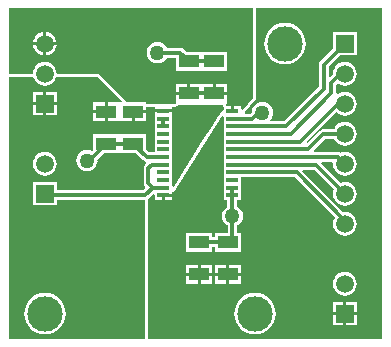
<source format=gtl>
%FSLAX23Y23*%
%MOMM*%
%SFA1B1*%

%IPPOS*%
%ADD10R,0.990598X0.304799*%
%ADD11R,1.699997X1.099998*%
%ADD12C,0.304799*%
%ADD13C,1.499997*%
%ADD14R,1.499997X1.499997*%
%ADD15C,2.999994*%
%ADD16C,1.269997*%
%LNpcb1-1*%
%LPD*%
G36*
X31970Y414D02*
X12191D01*
Y12247*
X12235Y12275*
X12598Y12639*
X12715Y12590*
Y12147*
X13338*
Y12553*
X13465*
Y12680*
X14214*
Y12826*
X14350*
X18424Y19245*
X18551Y19208*
Y17997*
Y17347*
Y16697*
Y16047*
Y15397*
Y14747*
Y14097*
Y13447*
Y12797*
Y12147*
X18886*
Y11584*
X18855Y11571*
X18669Y11428*
X18527Y11243*
X18437Y11027*
X18407Y10794*
X18437Y10562*
X18527Y10346*
X18669Y10160*
X18855Y10018*
X18889Y10004*
Y9392*
X17818*
Y9003*
X17613*
Y9392*
X15405*
Y7784*
X17613*
Y8174*
X17818*
Y7784*
X20026*
Y9392*
X19718*
Y10004*
X19752Y10018*
X19937Y10160*
X20080Y10346*
X20170Y10562*
X20200Y10794*
X20170Y11027*
X20080Y11243*
X19937Y11428*
X19752Y11571*
X19715Y11586*
Y12147*
X20049*
Y12797*
Y13447*
Y14089*
X24567*
X27968Y10688*
X27951Y10666*
X27850Y10422*
X27816Y10159*
X27850Y9897*
X27951Y9653*
X28112Y9443*
X28322Y9282*
X28566Y9181*
X28828Y9147*
X29091Y9181*
X29335Y9282*
X29545Y9443*
X29705Y9653*
X29807Y9897*
X29841Y10159*
X29807Y10422*
X29705Y10666*
X29545Y10876*
X29335Y11036*
X29091Y11138*
X28828Y11172*
X28676Y11152*
X25206Y14622*
X25255Y14739*
X26203*
X27888Y13054*
X27850Y12962*
X27816Y12699*
X27850Y12437*
X27951Y12193*
X28112Y11983*
X28322Y11822*
X28566Y11721*
X28828Y11687*
X29091Y11721*
X29335Y11822*
X29545Y11983*
X29705Y12193*
X29807Y12437*
X29841Y12699*
X29807Y12962*
X29705Y13206*
X29545Y13416*
X29335Y13576*
X29091Y13678*
X28828Y13712*
X28566Y13678*
X28474Y13640*
X26842Y15272*
X26891Y15389*
X27739*
X27823Y15293*
X27816Y15239*
X27850Y14977*
X27951Y14733*
X28112Y14523*
X28322Y14362*
X28566Y14261*
X28828Y14227*
X29091Y14261*
X29335Y14362*
X29545Y14523*
X29705Y14733*
X29807Y14977*
X29841Y15239*
X29807Y15502*
X29705Y15746*
X29545Y15956*
X29335Y16116*
X29091Y16218*
X28828Y16252*
X28566Y16218*
X28449Y16169*
X28423Y16186*
X28265Y16218*
X26241*
X26192Y16335*
X27159Y17302*
X27940*
X27951Y17273*
X28112Y17063*
X28322Y16902*
X28566Y16801*
X28828Y16767*
X29091Y16801*
X29335Y16902*
X29545Y17063*
X29705Y17273*
X29807Y17517*
X29841Y17779*
X29807Y18042*
X29705Y18286*
X29545Y18496*
X29335Y18656*
X29091Y18758*
X28828Y18792*
X28566Y18758*
X28322Y18656*
X28112Y18496*
X27951Y18286*
X27887Y18130*
X26987*
X26828Y18099*
X26694Y18009*
X25637Y16952*
X25634Y16953*
X25592Y17091*
X28105Y19604*
X28112Y19603*
X28322Y19442*
X28566Y19341*
X28828Y19307*
X29091Y19341*
X29335Y19442*
X29545Y19603*
X29705Y19813*
X29807Y20057*
X29841Y20319*
X29807Y20582*
X29705Y20826*
X29545Y21036*
X29335Y21196*
X29091Y21298*
X28828Y21332*
X28566Y21298*
X28322Y21196*
X28210Y21110*
X28095Y21182*
X28100Y21208*
Y21926*
X28228Y22054*
X28322Y21982*
X28566Y21881*
X28828Y21847*
X29091Y21881*
X29335Y21982*
X29545Y22143*
X29705Y22353*
X29807Y22597*
X29841Y22859*
X29807Y23122*
X29705Y23366*
X29545Y23576*
X29335Y23736*
X29091Y23838*
X28828Y23872*
X28566Y23838*
X28322Y23736*
X28112Y23576*
X27951Y23366*
X27850Y23122*
X27816Y22859*
X27821Y22819*
X27582Y22580*
X27465Y22629*
Y23450*
X28410Y24395*
X29832*
Y26403*
X27824*
Y24981*
X26757Y23914*
X26668Y23780*
X26636Y23621*
Y21761*
X23693Y18818*
X22529*
X22494Y18945*
X22620Y19109*
X22710Y19325*
X22740Y19557*
X22710Y19790*
X22620Y20006*
X22477Y20191*
X22292Y20334*
X22076Y20424*
X21843Y20454*
X21611Y20424*
X21395Y20334*
X21209Y20191*
X21067Y20006*
X20977Y19790*
X20957Y19638*
X20787Y19468*
X20382*
X20331Y19584*
X21335Y20700*
Y28414*
X31970*
Y414*
G37*
G36*
X2450Y22597D02*
X2551Y22353D01*
X2712Y22143*
X2922Y21982*
X3166Y21881*
X3428Y21847*
X3691Y21881*
X3935Y21982*
X4145Y22143*
X4305Y22353*
X4407Y22597*
X4441Y22600*
X7893*
X9935Y20559*
X9886Y20441*
X9739*
X9690*
X8762*
Y19637*
Y18833*
X9690*
X9817*
X9866*
X10794*
Y19637*
X10921*
Y19764*
X12025*
Y20060*
X12715*
Y19831*
X13465*
X14214*
Y20060*
X14425*
X14469Y20069*
X14515Y20077*
X14519Y20079*
X14524Y20080*
X14562Y20106*
X14601Y20129*
X14669Y20192*
X18481*
X18490Y20148*
X18499Y20099*
X18500Y20098*
X18500Y20097*
X18527Y20056*
X18551Y20020*
Y19894*
X18249Y19430*
X18222Y19407*
X18215Y19394*
X18205Y19384*
X17631Y18480*
X16763Y17144*
X15803Y15667*
X14697Y13856*
X14336Y13287*
X14214Y13322*
Y14097*
Y14747*
Y15397*
Y16047*
Y16697*
Y17347*
Y17997*
Y18647*
Y19297*
Y19576*
X13465*
X12715*
Y19297*
Y18647*
Y17997*
Y17347*
Y16218*
X12227*
X12025Y16419*
Y17741*
X9817*
X9739*
X7531*
Y16419*
X7397Y16285*
X7217Y16360*
X6984Y16390*
X6752Y16360*
X6536Y16270*
X6350Y16127*
X6208Y15942*
X6118Y15726*
X6088Y15493*
X6118Y15261*
X6208Y15045*
X6350Y14859*
X6536Y14717*
X6752Y14627*
X6984Y14597*
X7217Y14627*
X7433Y14717*
X7618Y14859*
X7761Y15045*
X7851Y15261*
X7881Y15493*
X7869Y15585*
X8417Y16133*
X9739*
X9817*
X11139*
X11763Y15510*
X11897Y15421*
X11973Y15405*
X12015Y15268*
X11898Y15151*
X11809Y15017*
X11777Y14858*
Y13588*
X11809Y13430*
X11898Y13295*
X11991Y13203*
X11770Y12983*
X4432*
Y13703*
X2424*
Y11695*
X4432*
Y12154*
X11932*
Y414*
X414*
Y22600*
X2416*
X2439Y22605*
X2450Y22597*
G37*
G36*
X21076Y20800D02*
X20176Y19800D01*
X20049Y19849*
Y20110*
X19427*
Y19704*
X19173*
Y20110*
X18825*
X18739Y20196*
X18741Y20324*
X18827Y20404*
X18883*
Y21081*
X17779*
Y21208*
X17652*
Y22012*
X15747*
Y21208*
X15620*
Y21081*
X14516*
Y20446*
Y20404*
X14425Y20319*
X12025*
Y20441*
X10418*
X8000Y22859*
X4441*
X4407Y23122*
X4305Y23366*
X4145Y23576*
X3935Y23736*
X3691Y23838*
X3428Y23872*
X3166Y23838*
X2922Y23736*
X2712Y23576*
X2551Y23366*
X2450Y23122*
X2416Y22859*
X414*
Y28414*
X21076*
Y20800*
G37*
%LNpcb1-2*%
%LPC*%
G36*
X23748Y27162D02*
X23405Y27128D01*
X23074Y27028*
X22769Y26865*
X22502Y26646*
X22283Y26379*
X22120Y26074*
X22020Y25743*
X21986Y25399*
X22020Y25056*
X22120Y24725*
X22283Y24420*
X22502Y24153*
X22769Y23934*
X23074Y23771*
X23405Y23671*
X23748Y23637*
X24092Y23671*
X24423Y23771*
X24728Y23934*
X24995Y24153*
X25214Y24420*
X25377Y24725*
X25477Y25056*
X25511Y25399*
X25477Y25743*
X25377Y26074*
X25214Y26379*
X24995Y26646*
X24728Y26865*
X24423Y27028*
X24092Y27128*
X23748Y27162*
G37*
G36*
X14214Y12426D02*
X13592D01*
Y12147*
X14214*
Y12426*
G37*
G36*
X20026Y6692D02*
X19049D01*
Y6015*
X20026*
Y6692*
G37*
G36*
X18795D02*
X17818D01*
Y6015*
X18795*
Y6692*
G37*
G36*
X17613D02*
X16636D01*
Y6015*
X17613*
Y6692*
G37*
G36*
X16382D02*
X15405D01*
Y6015*
X16382*
Y6692*
G37*
G36*
X20026Y5761D02*
X19049D01*
Y5084*
X20026*
Y5761*
G37*
G36*
X18795D02*
X17818D01*
Y5084*
X18795*
Y5761*
G37*
G36*
X17613D02*
X16636D01*
Y5084*
X17613*
Y5761*
G37*
G36*
X16382D02*
X15405D01*
Y5084*
X16382*
Y5761*
G37*
G36*
X28828Y6092D02*
X28566Y6058D01*
X28322Y5956*
X28112Y5796*
X27951Y5586*
X27850Y5342*
X27816Y5079*
X27850Y4817*
X27951Y4573*
X28112Y4363*
X28322Y4202*
X28566Y4101*
X28828Y4067*
X29091Y4101*
X29335Y4202*
X29545Y4363*
X29705Y4573*
X29807Y4817*
X29841Y5079*
X29807Y5342*
X29705Y5586*
X29545Y5796*
X29335Y5956*
X29091Y6058*
X28828Y6092*
G37*
G36*
X29832Y3543D02*
X28955D01*
Y2666*
X29832*
Y3543*
G37*
G36*
X28701D02*
X27824D01*
Y2666*
X28701*
Y3543*
G37*
G36*
X29832Y2412D02*
X28955D01*
Y1535*
X29832*
Y2412*
G37*
G36*
X28701D02*
X27824D01*
Y1535*
X28701*
Y2412*
G37*
G36*
X21208Y4302D02*
X20865Y4268D01*
X20534Y4168*
X20229Y4005*
X19962Y3786*
X19743Y3519*
X19580Y3214*
X19480Y2883*
X19446Y2539*
X19480Y2196*
X19580Y1865*
X19743Y1560*
X19962Y1293*
X20229Y1074*
X20534Y911*
X20865Y811*
X21208Y777*
X21552Y811*
X21883Y911*
X22188Y1074*
X22455Y1293*
X22674Y1560*
X22837Y1865*
X22937Y2196*
X22971Y2539*
X22937Y2883*
X22837Y3214*
X22674Y3519*
X22455Y3786*
X22188Y4005*
X21883Y4168*
X21552Y4268*
X21208Y4302*
G37*
G36*
X4432Y21323D02*
X3555D01*
Y20446*
X4432*
Y21323*
G37*
G36*
X3301D02*
X2424D01*
Y20446*
X3301*
Y21323*
G37*
G36*
X8508Y20441D02*
X7531D01*
Y19764*
X8508*
Y20441*
G37*
G36*
X4432Y20192D02*
X3555D01*
Y19315*
X4432*
Y20192*
G37*
G36*
X3301D02*
X2424D01*
Y19315*
X3301*
Y20192*
G37*
G36*
X12025Y19510D02*
X11048D01*
Y18833*
X12025*
Y19510*
G37*
G36*
X8508D02*
X7531D01*
Y18833*
X8508*
Y19510*
G37*
G36*
X3428Y16252D02*
X3166Y16218D01*
X2922Y16116*
X2712Y15956*
X2551Y15746*
X2450Y15502*
X2416Y15239*
X2450Y14977*
X2551Y14733*
X2712Y14523*
X2922Y14362*
X3166Y14261*
X3428Y14227*
X3691Y14261*
X3935Y14362*
X4145Y14523*
X4305Y14733*
X4407Y14977*
X4441Y15239*
X4407Y15502*
X4305Y15746*
X4145Y15956*
X3935Y16116*
X3691Y16218*
X3428Y16252*
G37*
G36*
Y4302D02*
X3085Y4268D01*
X2754Y4168*
X2449Y4005*
X2182Y3786*
X1963Y3519*
X1800Y3214*
X1700Y2883*
X1666Y2539*
X1700Y2196*
X1800Y1865*
X1963Y1560*
X2182Y1293*
X2449Y1074*
X2754Y911*
X3085Y811*
X3428Y777*
X3772Y811*
X4103Y911*
X4408Y1074*
X4675Y1293*
X4894Y1560*
X5057Y1865*
X5157Y2196*
X5191Y2539*
X5157Y2883*
X5057Y3214*
X4894Y3519*
X4675Y3786*
X4408Y4005*
X4103Y4168*
X3772Y4268*
X3428Y4302*
G37*
G36*
X3555Y26395D02*
Y25526D01*
X4424*
X4407Y25662*
X4305Y25906*
X4145Y26116*
X3935Y26276*
X3691Y26378*
X3555Y26395*
G37*
G36*
X3301D02*
X3166Y26378D01*
X2922Y26276*
X2712Y26116*
X2551Y25906*
X2450Y25662*
X2433Y25526*
X3301*
Y26395*
G37*
G36*
X4424Y25272D02*
X3555D01*
Y24404*
X3691Y24421*
X3935Y24522*
X4145Y24683*
X4305Y24893*
X4407Y25137*
X4424Y25272*
G37*
G36*
X3301D02*
X2433D01*
X2450Y25137*
X2551Y24893*
X2712Y24683*
X2922Y24522*
X3166Y24421*
X3301Y24404*
Y25272*
G37*
G36*
X12953Y25534D02*
X12721Y25504D01*
X12505Y25414*
X12319Y25271*
X12177Y25086*
X12087Y24870*
X12057Y24637*
X12087Y24405*
X12177Y24189*
X12319Y24003*
X12505Y23861*
X12721Y23771*
X12953Y23741*
X13186Y23771*
X13402Y23861*
X13587Y24003*
X13730Y24189*
X13744Y24223*
X14516*
Y23104*
X18883*
Y24712*
X15402*
X15184Y24930*
X15050Y25020*
X14891Y25052*
X13744*
X13730Y25086*
X13587Y25271*
X13402Y25414*
X13186Y25504*
X12953Y25534*
G37*
G36*
X18883Y22012D02*
X17906D01*
Y21335*
X18883*
Y22012*
G37*
G36*
X15493D02*
X14516D01*
Y21335*
X15493*
Y22012*
G37*
%LNpcb1-3*%
%LPD*%
G54D10*
X19300Y19704D03*
Y19054D03*
Y18404D03*
Y17754D03*
Y17104D03*
Y16454D03*
Y15803D03*
Y15153D03*
Y14503D03*
Y13853D03*
Y13203D03*
Y12553D03*
X13465D03*
Y13203D03*
Y13853D03*
Y14503D03*
Y15153D03*
Y15803D03*
Y16454D03*
Y17104D03*
Y17754D03*
Y18404D03*
Y19054D03*
Y19704D03*
G54D11*
X15620Y23908D03*
Y21208D03*
X18922Y8588D03*
Y5888D03*
X8635Y16937D03*
Y19637D03*
X16509Y8588D03*
Y5888D03*
X17779Y23908D03*
Y21208D03*
X10921Y16937D03*
Y19637D03*
G54D12*
X19300Y12553D02*
Y13203D01*
X13454Y18414D02*
X13465Y18404D01*
Y18425D02*
Y19054D01*
X12577Y13203D02*
X13465D01*
X12191Y13588D02*
X12577Y13203D01*
X12191Y13588D02*
Y14858D01*
X12486Y15153*
X13465*
X11942Y12568D02*
X12577Y13203D01*
X8635Y16937D02*
X10921D01*
X12056Y15803D02*
X13465D01*
X10921Y16937D02*
X12056Y15803D01*
X6984Y15493D02*
X7191D01*
X8635Y16937*
X15620Y21208D02*
X17779D01*
X15620Y23908D02*
X17779D01*
X14891Y24637D02*
X15620Y23908D01*
X19300Y19054D02*
X20959D01*
X27685Y22097D02*
X28447Y22859D01*
X27050Y23621D02*
X28828Y25399D01*
X19300Y18404D02*
X23865D01*
X27685Y21208D02*
Y22097D01*
X23865Y18404D02*
X27050Y21589D01*
Y23621*
X19300Y17754D02*
X24231D01*
X27685Y21208*
X19300Y17104D02*
X25018D01*
X28234Y20319*
X28828*
X25725Y16454D02*
X26987Y17716D01*
X28765*
X19300Y15803D02*
X28265D01*
X19300Y14503D02*
X24739D01*
X28828Y10413*
Y10159D02*
Y10413D01*
X19300Y15153D02*
X26375D01*
X28407Y13121*
X28828*
X19300Y16454D02*
X25725D01*
X3560Y12568D02*
X11942D01*
X10921Y19637D02*
X11541D01*
X16509Y8588D02*
X18922D01*
X19303Y8969*
X19300Y10798D02*
Y12553D01*
X19303Y8969D02*
Y10794D01*
X12953Y24637D02*
X14891D01*
X20959Y19054D02*
X21462Y19557D01*
X21843*
G54D13*
X3428Y25399D03*
Y22859D03*
Y15239D03*
X28828Y5079D03*
Y20319D03*
Y22859D03*
Y17779D03*
Y15239D03*
Y12699D03*
Y10159D03*
G54D14*
X3428Y20319D03*
Y12699D03*
X28828Y2539D03*
Y25399D03*
G54D15*
X3428Y2539D03*
X23748Y25399D03*
X21208Y2539D03*
G54D16*
X6984Y15493D03*
X19303Y10794D03*
X12953Y24637D03*
X21843Y19557D03*
M02*
</source>
